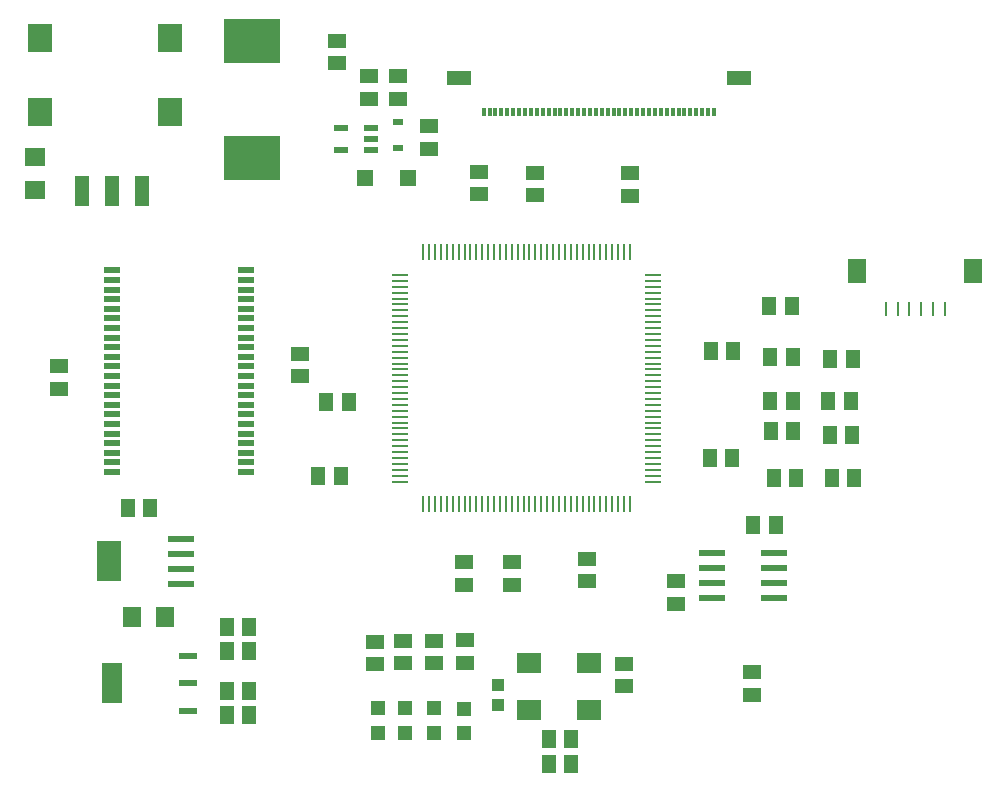
<source format=gtp>
G04 EAGLE Gerber RS-274X export*
G75*
%MOMM*%
%FSLAX34Y34*%
%LPD*%
%INSolderpaste Top*%
%IPPOS*%
%AMOC8*
5,1,8,0,0,1.08239X$1,22.5*%
G01*
%ADD10R,1.500000X1.300000*%
%ADD11R,1.300000X1.500000*%
%ADD12R,1.600000X1.800000*%
%ADD13R,2.000000X2.400000*%
%ADD14R,0.830000X0.630000*%
%ADD15R,1.400000X1.400000*%
%ADD16R,1.800000X1.600000*%
%ADD17R,1.000000X1.100000*%
%ADD18R,0.300000X0.800000*%
%ADD19R,2.000000X1.200000*%
%ADD20R,0.250000X1.250000*%
%ADD21R,1.650000X2.050000*%
%ADD22R,4.800000X3.800000*%
%ADD23R,1.200000X1.200000*%
%ADD24R,2.006600X1.803400*%
%ADD25R,1.270000X2.540000*%
%ADD26R,1.353300X0.279400*%
%ADD27R,0.279400X1.353300*%
%ADD28R,1.200000X0.550000*%
%ADD29R,1.549400X0.609600*%
%ADD30R,2.200000X0.600000*%
%ADD31R,2.150000X3.450000*%
%ADD32R,1.320800X0.508000*%

G36*
X100709Y84186D02*
X100709Y84186D01*
X100728Y84184D01*
X100830Y84206D01*
X100932Y84223D01*
X100949Y84232D01*
X100969Y84236D01*
X101058Y84289D01*
X101149Y84338D01*
X101163Y84352D01*
X101180Y84362D01*
X101247Y84441D01*
X101319Y84516D01*
X101327Y84534D01*
X101340Y84549D01*
X101379Y84645D01*
X101422Y84739D01*
X101424Y84759D01*
X101432Y84777D01*
X101450Y84944D01*
X101450Y117456D01*
X101447Y117476D01*
X101449Y117495D01*
X101427Y117597D01*
X101411Y117699D01*
X101401Y117716D01*
X101397Y117736D01*
X101344Y117825D01*
X101295Y117916D01*
X101281Y117930D01*
X101271Y117947D01*
X101192Y118014D01*
X101117Y118086D01*
X101099Y118094D01*
X101084Y118107D01*
X100988Y118146D01*
X100894Y118189D01*
X100874Y118191D01*
X100856Y118199D01*
X100689Y118217D01*
X85195Y118217D01*
X85175Y118214D01*
X85156Y118216D01*
X85054Y118194D01*
X84952Y118178D01*
X84935Y118168D01*
X84915Y118164D01*
X84826Y118111D01*
X84735Y118062D01*
X84721Y118048D01*
X84704Y118038D01*
X84637Y117959D01*
X84566Y117884D01*
X84557Y117866D01*
X84544Y117851D01*
X84505Y117755D01*
X84462Y117661D01*
X84460Y117641D01*
X84452Y117623D01*
X84434Y117456D01*
X84434Y84944D01*
X84437Y84924D01*
X84435Y84905D01*
X84457Y84803D01*
X84474Y84701D01*
X84483Y84684D01*
X84487Y84664D01*
X84540Y84575D01*
X84589Y84484D01*
X84603Y84470D01*
X84613Y84453D01*
X84692Y84386D01*
X84767Y84315D01*
X84785Y84306D01*
X84800Y84293D01*
X84896Y84254D01*
X84990Y84211D01*
X85010Y84209D01*
X85028Y84201D01*
X85195Y84183D01*
X100689Y84183D01*
X100709Y84186D01*
G37*
D10*
X252000Y361300D03*
X252000Y380300D03*
D11*
X190300Y149000D03*
X209300Y149000D03*
X190300Y95000D03*
X209300Y95000D03*
X286700Y277000D03*
X267700Y277000D03*
D10*
X403500Y515300D03*
X403500Y534300D03*
D11*
X462800Y54000D03*
X481800Y54000D03*
X462900Y32700D03*
X481900Y32700D03*
D10*
X451100Y514700D03*
X451100Y533700D03*
D11*
X599200Y291900D03*
X618200Y291900D03*
D10*
X390900Y203800D03*
X390900Y184800D03*
D11*
X600200Y382400D03*
X619200Y382400D03*
D10*
X283800Y645300D03*
X283800Y626300D03*
D11*
X293300Y339600D03*
X274300Y339600D03*
D10*
X495400Y206800D03*
X495400Y187800D03*
X570800Y187800D03*
X570800Y168800D03*
X531200Y514200D03*
X531200Y533200D03*
X431300Y203800D03*
X431300Y184800D03*
X361800Y553900D03*
X361800Y572900D03*
X311000Y596300D03*
X311000Y615300D03*
X48500Y369700D03*
X48500Y350700D03*
D11*
X190400Y74200D03*
X209400Y74200D03*
X190400Y128200D03*
X209400Y128200D03*
D12*
X138300Y157500D03*
X110300Y157500D03*
D11*
X125600Y249300D03*
X106600Y249300D03*
D13*
X32000Y585300D03*
X32000Y647300D03*
X142000Y647300D03*
X142000Y585300D03*
D14*
X335500Y554100D03*
X335500Y576300D03*
D15*
X344000Y529100D03*
X307000Y529100D03*
D16*
X27500Y547000D03*
X27500Y519000D03*
D17*
X419700Y99800D03*
X419700Y82800D03*
D18*
X602700Y584800D03*
X597700Y584800D03*
X592700Y584800D03*
X587700Y584800D03*
X582700Y584800D03*
X577700Y584800D03*
X572700Y584800D03*
X567700Y584800D03*
X562700Y584800D03*
X557700Y584800D03*
X552700Y584800D03*
X547700Y584800D03*
X542700Y584800D03*
X537700Y584800D03*
X532700Y584800D03*
X527700Y584800D03*
X522700Y584800D03*
X517700Y584800D03*
X512700Y584800D03*
X507700Y584800D03*
X502700Y584800D03*
X497700Y584800D03*
X492700Y584800D03*
X487700Y584800D03*
X482700Y584800D03*
X477700Y584800D03*
X472700Y584800D03*
X467700Y584800D03*
X462700Y584800D03*
X457700Y584800D03*
X452700Y584800D03*
X447700Y584800D03*
X442700Y584800D03*
X437700Y584800D03*
X432700Y584800D03*
X427700Y584800D03*
X422700Y584800D03*
X417700Y584800D03*
X412700Y584800D03*
X407700Y584800D03*
D19*
X623700Y613800D03*
X386700Y613800D03*
D20*
X798100Y417900D03*
X788100Y417900D03*
X778100Y417900D03*
X768100Y417900D03*
X758100Y417900D03*
X748100Y417900D03*
D21*
X724100Y450400D03*
X822100Y450400D03*
D22*
X211500Y546100D03*
X211500Y645100D03*
D23*
X391300Y79900D03*
X391300Y58900D03*
X365900Y80000D03*
X365900Y59000D03*
X318400Y80500D03*
X318400Y59500D03*
X340900Y80200D03*
X340900Y59200D03*
D24*
X446100Y118439D03*
X496900Y118439D03*
X446100Y78561D03*
X496900Y78561D03*
D10*
X335200Y615100D03*
X335200Y596100D03*
D11*
X701200Y375800D03*
X720200Y375800D03*
X649400Y420700D03*
X668400Y420700D03*
X650400Y377200D03*
X669400Y377200D03*
X650400Y340200D03*
X669400Y340200D03*
X721600Y274800D03*
X702600Y274800D03*
X653400Y274700D03*
X672400Y274700D03*
X650900Y315200D03*
X669900Y315200D03*
D10*
X339700Y137100D03*
X339700Y118100D03*
X365600Y137100D03*
X365600Y118100D03*
X391600Y137600D03*
X391600Y118600D03*
X315600Y136600D03*
X315600Y117600D03*
X526400Y98900D03*
X526400Y117900D03*
D11*
X655100Y235400D03*
X636100Y235400D03*
D10*
X635100Y110600D03*
X635100Y91600D03*
D11*
X700900Y311700D03*
X719900Y311700D03*
X718600Y340300D03*
X699600Y340300D03*
D25*
X67800Y518200D03*
X93200Y518200D03*
X118600Y518200D03*
D26*
X550715Y272000D03*
X550715Y277000D03*
X550715Y282000D03*
X550715Y287000D03*
X550715Y292000D03*
X550715Y297000D03*
X550715Y302000D03*
X550715Y307000D03*
X550715Y312000D03*
X550715Y317000D03*
X550715Y322000D03*
X550715Y327000D03*
X550715Y332000D03*
X550715Y337000D03*
X550715Y342000D03*
X550715Y347000D03*
X550715Y352000D03*
X550715Y357000D03*
X550715Y362000D03*
X550715Y367000D03*
X550715Y372000D03*
X550715Y377000D03*
X550715Y382000D03*
X550715Y387000D03*
X550715Y392000D03*
X550715Y397000D03*
X550715Y402000D03*
X550715Y407000D03*
X550715Y412000D03*
X550715Y417000D03*
X550715Y422000D03*
X550715Y427000D03*
X550715Y432000D03*
X550715Y437000D03*
X550715Y442000D03*
X550715Y447000D03*
D27*
X531500Y466215D03*
X526500Y466215D03*
X521500Y466215D03*
X516500Y466215D03*
X511500Y466215D03*
X506500Y466215D03*
X501500Y466215D03*
X496500Y466215D03*
X491500Y466215D03*
X486500Y466215D03*
X481500Y466215D03*
X476500Y466215D03*
X471500Y466215D03*
X466500Y466215D03*
X461500Y466215D03*
X456500Y466215D03*
X451500Y466215D03*
X446500Y466215D03*
X441500Y466215D03*
X436500Y466215D03*
X431500Y466215D03*
X426500Y466215D03*
X421500Y466215D03*
X416500Y466215D03*
X411500Y466215D03*
X406500Y466215D03*
X401500Y466215D03*
X396500Y466215D03*
X391500Y466215D03*
X386500Y466215D03*
X381500Y466215D03*
X376500Y466215D03*
X371500Y466215D03*
X366500Y466215D03*
X361500Y466215D03*
X356500Y466215D03*
D26*
X337285Y447000D03*
X337285Y442000D03*
X337285Y437000D03*
X337285Y432000D03*
X337285Y427000D03*
X337285Y422000D03*
X337285Y417000D03*
X337285Y412000D03*
X337285Y407000D03*
X337285Y402000D03*
X337285Y397000D03*
X337285Y392000D03*
X337285Y387000D03*
X337285Y382000D03*
X337285Y377000D03*
X337285Y372000D03*
X337285Y367000D03*
X337285Y362000D03*
X337285Y357000D03*
X337285Y352000D03*
X337285Y347000D03*
X337285Y342000D03*
X337285Y337000D03*
X337285Y332000D03*
X337285Y327000D03*
X337285Y322000D03*
X337285Y317000D03*
X337285Y312000D03*
X337285Y307000D03*
X337285Y302000D03*
X337285Y297000D03*
X337285Y292000D03*
X337285Y287000D03*
X337285Y282000D03*
X337285Y277000D03*
X337285Y272000D03*
D27*
X356500Y252785D03*
X361500Y252785D03*
X366500Y252785D03*
X371500Y252785D03*
X376500Y252785D03*
X381500Y252785D03*
X386500Y252785D03*
X391500Y252785D03*
X396500Y252785D03*
X401500Y252785D03*
X406500Y252785D03*
X411500Y252785D03*
X416500Y252785D03*
X421500Y252785D03*
X426500Y252785D03*
X431500Y252785D03*
X436500Y252785D03*
X441500Y252785D03*
X446500Y252785D03*
X451500Y252785D03*
X456500Y252785D03*
X461500Y252785D03*
X466500Y252785D03*
X471500Y252785D03*
X476500Y252785D03*
X481500Y252785D03*
X486500Y252785D03*
X491500Y252785D03*
X496500Y252785D03*
X501500Y252785D03*
X506500Y252785D03*
X511500Y252785D03*
X516500Y252785D03*
X521500Y252785D03*
X526500Y252785D03*
X531500Y252785D03*
D28*
X312601Y552700D03*
X312601Y562200D03*
X312601Y571700D03*
X286599Y571700D03*
X286599Y552700D03*
D29*
X157458Y78213D03*
X157458Y101200D03*
X157458Y124187D03*
D30*
X151100Y185000D03*
X151100Y197700D03*
X151100Y210400D03*
X151100Y223100D03*
D31*
X90300Y204800D03*
D30*
X601300Y199050D03*
X653300Y199050D03*
X601300Y211750D03*
X601300Y186350D03*
X601300Y173650D03*
X653300Y211750D03*
X653300Y186350D03*
X653300Y173650D03*
D32*
X93231Y450844D03*
X93231Y442716D03*
X93231Y434588D03*
X93231Y426460D03*
X93231Y418332D03*
X93231Y410204D03*
X93231Y402076D03*
X93231Y393948D03*
X93231Y385820D03*
X93231Y377692D03*
X93231Y369564D03*
X93231Y361436D03*
X93231Y353308D03*
X93231Y345180D03*
X93231Y337052D03*
X93231Y328924D03*
X93231Y320796D03*
X93231Y312668D03*
X93231Y304540D03*
X93231Y296412D03*
X93231Y288284D03*
X93231Y280156D03*
X206769Y280156D03*
X206769Y288284D03*
X206769Y296412D03*
X206769Y304540D03*
X206769Y312668D03*
X206769Y320796D03*
X206769Y328924D03*
X206769Y337052D03*
X206769Y345180D03*
X206769Y353308D03*
X206769Y361436D03*
X206769Y369564D03*
X206769Y377692D03*
X206769Y385820D03*
X206769Y393948D03*
X206769Y402076D03*
X206769Y410204D03*
X206769Y418332D03*
X206769Y426460D03*
X206769Y434588D03*
X206769Y442716D03*
X206769Y450844D03*
M02*

</source>
